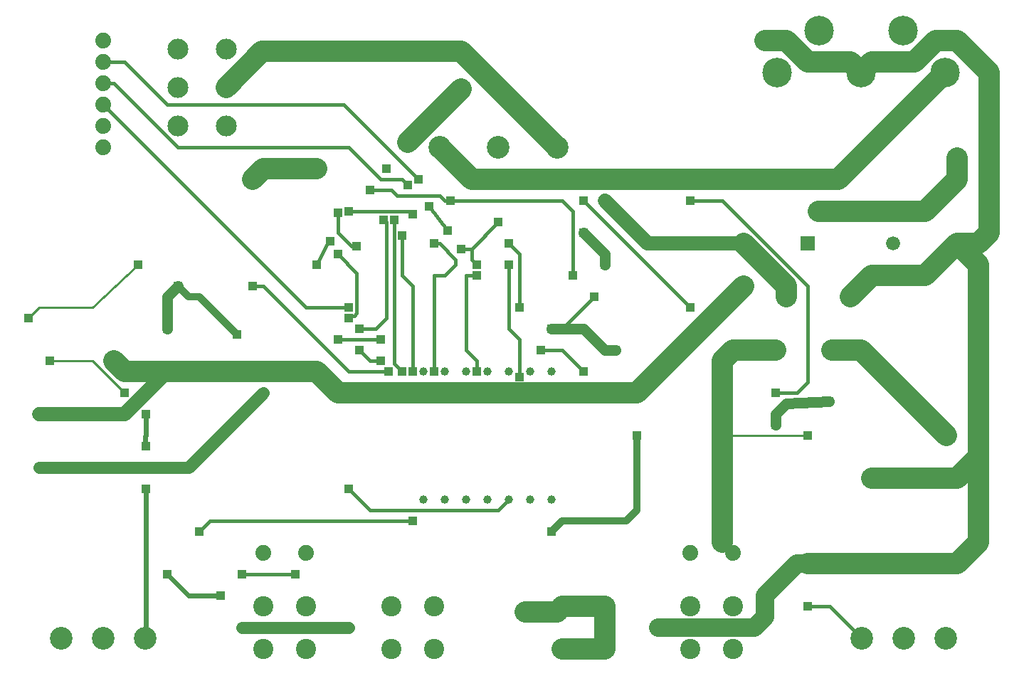
<source format=gbl>
G75*
%MOIN*%
%OFA0B0*%
%FSLAX25Y25*%
%IPPOS*%
%LPD*%
%AMOC8*
5,1,8,0,0,1.08239X$1,22.5*
%
%ADD10C,0.10630*%
%ADD11C,0.09449*%
%ADD12C,0.07400*%
%ADD13C,0.03969*%
%ADD14C,0.06600*%
%ADD15R,0.06500X0.06500*%
%ADD16C,0.09774*%
%ADD17C,0.13843*%
%ADD18C,0.10000*%
%ADD19R,0.03962X0.03962*%
%ADD20C,0.06600*%
%ADD21C,0.01600*%
%ADD22C,0.05000*%
%ADD23C,0.08600*%
%ADD24C,0.02400*%
%ADD25C,0.05600*%
%ADD26C,0.03200*%
%ADD27C,0.01000*%
D10*
X0031315Y0068927D03*
X0051000Y0068927D03*
X0070685Y0068927D03*
X0208441Y0298927D03*
X0236000Y0298927D03*
X0263559Y0298927D03*
X0406315Y0068927D03*
X0426000Y0068927D03*
X0445685Y0068927D03*
D11*
X0346000Y0063927D03*
X0326000Y0063927D03*
X0326000Y0083927D03*
X0346000Y0083927D03*
X0286000Y0083927D03*
X0266000Y0083927D03*
X0266000Y0063927D03*
X0286000Y0063927D03*
X0206000Y0063927D03*
X0186000Y0063927D03*
X0186000Y0083927D03*
X0206000Y0083927D03*
X0146000Y0083927D03*
X0126000Y0083927D03*
X0126000Y0063927D03*
X0146000Y0063927D03*
D12*
X0146000Y0108927D03*
X0126000Y0108927D03*
X0326000Y0108927D03*
X0346000Y0108927D03*
X0051000Y0298927D03*
X0051000Y0308927D03*
X0051000Y0318927D03*
X0051000Y0328927D03*
X0051000Y0338927D03*
X0051000Y0348927D03*
D13*
X0201000Y0193927D03*
X0211000Y0193927D03*
X0221000Y0193927D03*
X0231000Y0193927D03*
X0241000Y0193927D03*
X0251000Y0193927D03*
X0261000Y0193927D03*
X0261000Y0133927D03*
X0251000Y0133927D03*
X0241000Y0133927D03*
X0231000Y0133927D03*
X0221000Y0133927D03*
X0211000Y0133927D03*
X0201000Y0133927D03*
D14*
X0351000Y0253927D03*
X0421000Y0253927D03*
D15*
X0451000Y0253927D03*
X0381000Y0253927D03*
D16*
X0108441Y0308927D03*
X0108441Y0327037D03*
X0108441Y0345148D03*
X0086000Y0345148D03*
X0086000Y0327037D03*
X0086000Y0308927D03*
D17*
X0366630Y0333927D03*
X0386315Y0353612D03*
X0406000Y0333927D03*
X0425685Y0353612D03*
X0445370Y0333927D03*
D18*
X0395370Y0283927D01*
X0223441Y0283927D01*
X0208441Y0298927D01*
X0193500Y0301427D02*
X0218500Y0326427D01*
X0218559Y0343927D02*
X0125331Y0343927D01*
X0108441Y0327037D01*
X0126000Y0288927D02*
X0151000Y0288927D01*
X0126000Y0288927D02*
X0121000Y0283927D01*
X0218559Y0343927D02*
X0263559Y0298927D01*
X0351000Y0253927D02*
X0371000Y0233927D01*
X0371000Y0228927D01*
X0351000Y0233927D02*
X0301000Y0183927D01*
X0161000Y0183927D01*
X0151000Y0193927D01*
X0081000Y0193927D01*
X0061000Y0193927D01*
X0056000Y0198927D01*
X0248500Y0081427D02*
X0263500Y0081427D01*
X0266000Y0083927D01*
X0286000Y0083927D01*
X0286000Y0063927D01*
X0266000Y0063927D01*
X0341000Y0113927D02*
X0341000Y0163927D01*
X0341000Y0198927D01*
X0346000Y0203927D01*
X0366000Y0203927D01*
X0392250Y0203927D02*
X0406000Y0203927D01*
X0446000Y0163927D01*
X0461000Y0153927D02*
X0461000Y0113927D01*
X0451000Y0103927D01*
X0381000Y0103927D01*
X0411000Y0143927D02*
X0451000Y0143927D01*
X0461000Y0153927D01*
X0461000Y0243927D01*
X0451000Y0253927D01*
X0436000Y0238927D01*
X0411000Y0238927D01*
X0401000Y0228927D01*
X0386000Y0268927D02*
X0436000Y0268927D01*
X0451000Y0283927D01*
X0451000Y0293927D01*
X0466000Y0258927D02*
X0461000Y0253927D01*
X0451000Y0253927D01*
X0466000Y0258927D02*
X0466000Y0333927D01*
X0451000Y0348927D01*
X0441000Y0348927D01*
X0431000Y0338927D01*
X0411000Y0338927D01*
X0406000Y0333927D01*
X0401000Y0338927D01*
X0381000Y0338927D01*
X0371000Y0348927D01*
X0361000Y0348927D01*
D19*
X0361000Y0348927D03*
X0451000Y0293927D03*
X0386000Y0268927D03*
X0351000Y0233927D03*
X0371000Y0228927D03*
X0366000Y0203927D03*
X0366000Y0183927D03*
X0366000Y0168927D03*
X0381000Y0163927D03*
X0391000Y0180177D03*
X0392250Y0203927D03*
X0401000Y0228927D03*
X0326000Y0223927D03*
X0291000Y0203927D03*
X0276000Y0193927D03*
X0256000Y0203927D03*
X0261000Y0213927D03*
X0246000Y0223927D03*
X0226000Y0238927D03*
X0226000Y0243927D03*
X0218500Y0251427D03*
X0212250Y0260177D03*
X0206000Y0253927D03*
X0191000Y0257677D03*
X0187250Y0265177D03*
X0182250Y0265177D03*
X0196000Y0267677D03*
X0203500Y0271427D03*
X0213500Y0273927D03*
X0198500Y0283927D03*
X0193500Y0281427D03*
X0183500Y0288927D03*
X0176000Y0278927D03*
X0166000Y0268927D03*
X0161000Y0268415D03*
X0157250Y0255177D03*
X0161000Y0248927D03*
X0169750Y0252677D03*
X0151000Y0243927D03*
X0166000Y0223927D03*
X0166000Y0218927D03*
X0171000Y0213927D03*
X0161000Y0208927D03*
X0171000Y0203927D03*
X0181000Y0198927D03*
X0184750Y0193927D03*
X0191000Y0193927D03*
X0196000Y0193927D03*
X0206000Y0193927D03*
X0226000Y0193927D03*
X0246000Y0191427D03*
X0281000Y0228927D03*
X0271000Y0238927D03*
X0286000Y0243927D03*
X0276000Y0258927D03*
X0276000Y0273927D03*
X0286000Y0273927D03*
X0326000Y0273927D03*
X0241000Y0253927D03*
X0241000Y0243927D03*
X0236000Y0263927D03*
X0193500Y0301427D03*
X0218500Y0326427D03*
X0151000Y0288927D03*
X0121000Y0283927D03*
X0121000Y0233927D03*
X0113500Y0211427D03*
X0086000Y0233927D03*
X0067250Y0243927D03*
X0081000Y0213927D03*
X0056000Y0198927D03*
X0061000Y0183927D03*
X0071000Y0173927D03*
X0071000Y0158927D03*
X0071000Y0138927D03*
X0096000Y0118927D03*
X0081000Y0098927D03*
X0106000Y0088927D03*
X0116000Y0098927D03*
X0141000Y0098927D03*
X0116000Y0073927D03*
X0166000Y0073927D03*
X0196000Y0123927D03*
X0166000Y0138927D03*
X0126000Y0183927D03*
X0181000Y0208927D03*
X0261000Y0118927D03*
X0248500Y0081427D03*
X0311000Y0073927D03*
X0341000Y0113927D03*
X0381000Y0103927D03*
X0381000Y0083927D03*
X0356000Y0073927D03*
X0411000Y0143927D03*
X0446000Y0163927D03*
X0301000Y0163927D03*
X0026000Y0198927D03*
X0016000Y0218927D03*
X0021000Y0173927D03*
X0021000Y0148927D03*
D20*
X0021000Y0173927D02*
X0061000Y0173927D01*
X0081000Y0193927D01*
X0286000Y0273927D02*
X0306000Y0253927D01*
X0351000Y0253927D01*
D21*
X0341000Y0273927D02*
X0381000Y0233927D01*
X0381000Y0188927D01*
X0376000Y0183927D01*
X0366000Y0183927D01*
X0326000Y0223927D02*
X0276000Y0273927D01*
X0271000Y0268927D02*
X0266000Y0273927D01*
X0213500Y0273927D01*
X0211000Y0273927D01*
X0208500Y0276427D01*
X0188500Y0276427D01*
X0186000Y0278927D01*
X0176000Y0278927D01*
X0181000Y0283927D02*
X0166000Y0298927D01*
X0086000Y0298927D01*
X0056000Y0328927D01*
X0051000Y0328927D01*
X0051000Y0338927D02*
X0061000Y0338927D01*
X0081000Y0318927D01*
X0163500Y0318927D01*
X0198500Y0283927D01*
X0193500Y0281427D02*
X0191000Y0283927D01*
X0181000Y0283927D01*
X0194750Y0268927D02*
X0166000Y0268927D01*
X0161000Y0268415D02*
X0161000Y0258927D01*
X0167250Y0252677D01*
X0169750Y0252677D01*
X0161000Y0248927D02*
X0169750Y0240177D01*
X0169750Y0221427D01*
X0168500Y0220177D01*
X0167250Y0220177D01*
X0166000Y0218927D01*
X0166000Y0223927D02*
X0146000Y0223927D01*
X0051000Y0318927D01*
X0121000Y0233927D02*
X0126000Y0233927D01*
X0166000Y0193927D01*
X0184750Y0193927D01*
X0187250Y0197677D02*
X0191000Y0193927D01*
X0196000Y0193927D02*
X0196000Y0233927D01*
X0191000Y0238927D01*
X0191000Y0257677D01*
X0187250Y0265177D02*
X0187250Y0197677D01*
X0181000Y0198927D02*
X0176000Y0198927D01*
X0171000Y0203927D01*
X0181000Y0208927D02*
X0161000Y0208927D01*
X0171000Y0213927D02*
X0178500Y0213927D01*
X0183500Y0218927D01*
X0183500Y0263927D01*
X0182250Y0265177D01*
X0194750Y0268927D02*
X0196000Y0267677D01*
X0203500Y0271427D02*
X0212250Y0260177D01*
X0208500Y0253927D02*
X0206000Y0253927D01*
X0208500Y0253927D02*
X0216000Y0246427D01*
X0216000Y0243927D01*
X0211000Y0238927D01*
X0206000Y0238927D01*
X0206000Y0193927D01*
X0221000Y0203927D02*
X0226000Y0198927D01*
X0226000Y0193927D01*
X0221000Y0203927D02*
X0221000Y0238927D01*
X0226000Y0238927D01*
X0226000Y0243927D02*
X0223500Y0246427D01*
X0223500Y0251427D01*
X0236000Y0263927D01*
X0241000Y0253927D02*
X0246000Y0248927D01*
X0246000Y0223927D01*
X0241000Y0213927D02*
X0241000Y0243927D01*
X0223500Y0251427D02*
X0218500Y0251427D01*
X0241000Y0213927D02*
X0246000Y0208927D01*
X0246000Y0191427D01*
X0256000Y0203927D02*
X0266000Y0203927D01*
X0276000Y0193927D01*
X0266000Y0213927D02*
X0261000Y0213927D01*
X0266000Y0213927D02*
X0281000Y0228927D01*
X0271000Y0238927D02*
X0271000Y0268927D01*
X0326000Y0273927D02*
X0341000Y0273927D01*
X0241000Y0133927D02*
X0236000Y0128927D01*
X0176000Y0128927D01*
X0166000Y0138927D01*
X0196000Y0123927D02*
X0101000Y0123927D01*
X0096000Y0118927D01*
X0116000Y0098927D02*
X0141000Y0098927D01*
X0151000Y0243927D02*
X0156000Y0253927D01*
X0157250Y0255177D01*
X0381000Y0083927D02*
X0391315Y0083927D01*
X0406315Y0068927D01*
D22*
X0366000Y0168927D02*
X0366000Y0173927D01*
X0371000Y0178927D01*
X0391000Y0180177D01*
X0291000Y0203927D02*
X0286000Y0203927D01*
X0276000Y0213927D01*
X0261000Y0213927D01*
X0286000Y0243927D02*
X0286000Y0248927D01*
X0276000Y0258927D01*
X0086000Y0233927D02*
X0081000Y0228927D01*
X0081000Y0213927D01*
D23*
X0311000Y0073927D02*
X0356000Y0073927D01*
X0361000Y0078927D01*
X0361000Y0088927D01*
X0376000Y0103927D01*
X0381000Y0103927D01*
D24*
X0106000Y0088927D02*
X0091000Y0088927D01*
X0081000Y0098927D01*
X0071000Y0069242D02*
X0070685Y0068927D01*
X0071000Y0069242D02*
X0071000Y0138927D01*
X0071000Y0158927D02*
X0070685Y0159242D01*
X0070685Y0163612D01*
X0071000Y0163927D01*
X0071000Y0173927D01*
D25*
X0091000Y0148927D02*
X0021000Y0148927D01*
X0091000Y0148927D02*
X0126000Y0183927D01*
X0116000Y0073927D02*
X0166000Y0073927D01*
D26*
X0261000Y0118927D02*
X0266000Y0123927D01*
X0296000Y0123927D01*
X0301000Y0128927D01*
X0301000Y0163927D01*
X0113500Y0211427D02*
X0096000Y0228927D01*
X0091000Y0228927D01*
X0086000Y0233927D01*
D27*
X0067250Y0243927D02*
X0046000Y0223927D01*
X0021000Y0223927D01*
X0016000Y0218927D01*
X0026000Y0198927D02*
X0046000Y0198927D01*
X0061000Y0183927D01*
X0341000Y0163927D02*
X0381000Y0163927D01*
M02*

</source>
